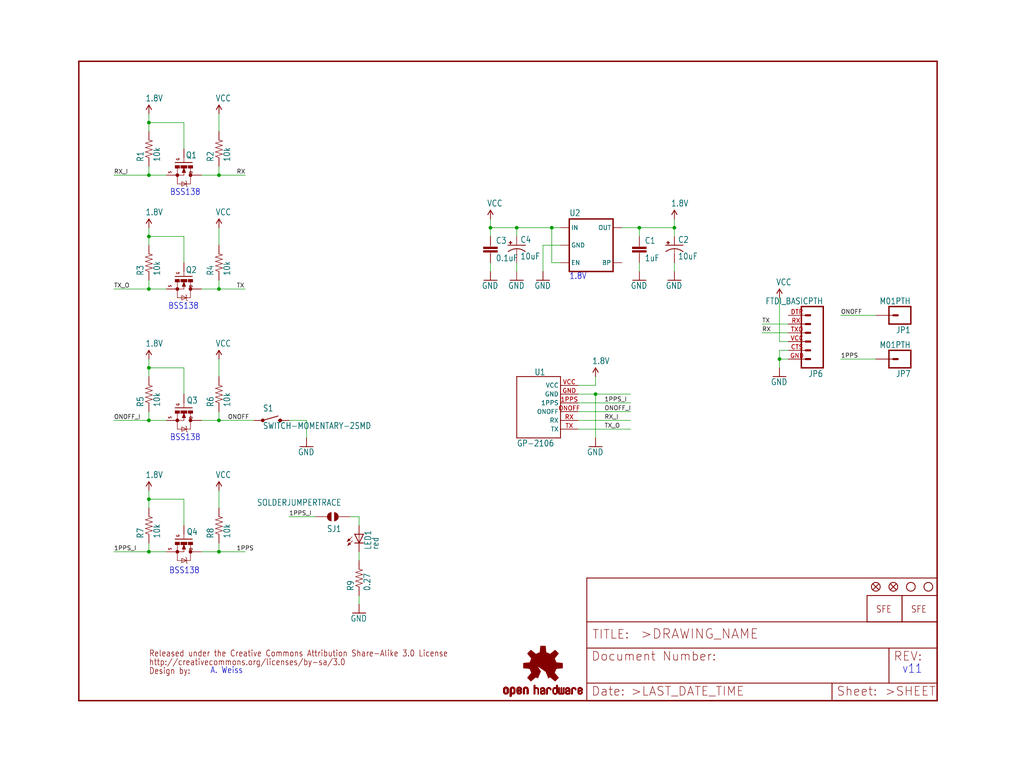
<source format=kicad_sch>
(kicad_sch (version 20211123) (generator eeschema)
  (paper "User" 297.002 223.926)
  (lib_symbols
    (symbol "eagleSchem-eagle-import:1.8V" (power)
      (property "Value" "1.8V" (at -1.016 3.556 0))
      (symbol "1.8V_1_0"
        (pin power_in line (at 0 0 90) (length 2.54) (name "1.8V") (number "1"))
      )
    )
    (symbol "eagleSchem-eagle-import:CAP0402-CAP"
      (property "Reference" "C" (at 1.524 2.921 0))
      (property "Value" "CAP0402-CAP" (at 1.524 -2.159 0))
      (symbol "CAP0402-CAP_1_0"
        (pin passive line (at 0 5.08 270) (length 2.54) (name "1") (number "1"))
        (pin passive line (at 0 -2.54 90) (length 2.54) (name "2") (number "2"))
      )
    )
    (symbol "eagleSchem-eagle-import:CAP_POL1206"
      (property "Reference" "C" (at 1.016 0.635 0))
      (property "Value" "CAP_POL1206" (at 1.016 -4.191 0))
      (symbol "CAP_POL1206_1_0"
        (pin passive line (at 0 2.54 270) (length 2.54) (name "+") (number "A"))
        (pin passive line (at 0 -5.08 90) (length 2.54) (name "-") (number "C"))
      )
    )
    (symbol "eagleSchem-eagle-import:CREATIVE_COMMONS"
      (symbol "CREATIVE_COMMONS_1_0"
        (text "Design by:" (at 0 0 0) (effects (font (size 1.778 1.5113)) (justify left bottom)))
        (text "http://creativecommons.org/licenses/by-sa/3.0" (at 0 2.54 0) (effects (font (size 1.778 1.5113)) (justify left bottom)))
        (text "Released under the Creative Commons Attribution Share-Alike 3.0 License" (at 0 5.08 0) (effects (font (size 1.778 1.5113)) (justify left bottom)))
      )
    )
    (symbol "eagleSchem-eagle-import:FIDUCIALUFIDUCIAL")
    (symbol "eagleSchem-eagle-import:FRAME-LETTER"
      (symbol "FRAME-LETTER_2_0"
        (text ">DRAWING_NAME" (at 15.494 17.78 0) (effects (font (size 2.7432 2.7432)) (justify left bottom)))
        (text ">LAST_DATE_TIME" (at 12.7 1.27 0) (effects (font (size 2.54 2.54)) (justify left bottom)))
        (text ">SHEET" (at 86.36 1.27 0) (effects (font (size 2.54 2.54)) (justify left bottom)))
        (text "Date:" (at 1.27 1.27 0) (effects (font (size 2.54 2.54)) (justify left bottom)))
        (text "Document Number:" (at 1.27 11.43 0) (effects (font (size 2.54 2.54)) (justify left bottom)))
        (text "REV:" (at 88.9 11.43 0) (effects (font (size 2.54 2.54)) (justify left bottom)))
        (text "Sheet:" (at 72.39 1.27 0) (effects (font (size 2.54 2.54)) (justify left bottom)))
        (text "TITLE:" (at 1.524 17.78 0) (effects (font (size 2.54 2.54)) (justify left bottom)))
      )
    )
    (symbol "eagleSchem-eagle-import:FTDI_BASICPTH"
      (property "Reference" "JP" (at -5.08 10.922 0))
      (property "Value" "FTDI_BASICPTH" (at -5.08 -10.16 0))
      (symbol "FTDI_BASICPTH_1_0"
        (pin passive line (at 5.08 5.08 180) (length 5.08) (name "5") (number "CTS"))
        (pin passive line (at 5.08 -5.08 180) (length 5.08) (name "1") (number "DTR"))
        (pin passive line (at 5.08 7.62 180) (length 5.08) (name "6") (number "GND"))
        (pin passive line (at 5.08 -2.54 180) (length 5.08) (name "2") (number "RXI"))
        (pin passive line (at 5.08 0 180) (length 5.08) (name "3") (number "TXO"))
        (pin passive line (at 5.08 2.54 180) (length 5.08) (name "4") (number "VCC"))
      )
    )
    (symbol "eagleSchem-eagle-import:GND" (power)
      (property "Value" "GND" (at -2.54 -2.54 0))
      (symbol "GND_1_0"
        (pin power_in line (at 0 2.54 270) (length 2.54) (name "GND") (number "1"))
      )
    )
    (symbol "eagleSchem-eagle-import:GP-2106"
      (property "Reference" "U" (at 3.302 9.906 0))
      (property "Value" "GP-2106" (at -5.08 -12.7 0))
      (symbol "GP-2106_1_0"
        (pin bidirectional line (at 12.7 0 180) (length 5.08) (name "1PPS") (number "1PPS"))
        (pin bidirectional line (at 12.7 2.54 180) (length 5.08) (name "GND") (number "GND"))
        (pin bidirectional line (at 12.7 -2.54 180) (length 5.08) (name "ONOFF") (number "ONOFF"))
        (pin bidirectional line (at 12.7 -5.08 180) (length 5.08) (name "RX") (number "RX"))
        (pin bidirectional line (at 12.7 -7.62 180) (length 5.08) (name "TX") (number "TX"))
        (pin bidirectional line (at 12.7 5.08 180) (length 5.08) (name "VCC") (number "VCC"))
      )
    )
    (symbol "eagleSchem-eagle-import:LED0603"
      (property "Reference" "LED" (at 3.556 -4.572 90))
      (property "Value" "LED0603" (at 5.715 -4.572 90))
      (symbol "LED0603_1_0"
        (pin passive line (at 0 2.54 270) (length 2.54) (name "A") (number "A"))
        (pin passive line (at 0 -5.08 90) (length 2.54) (name "C") (number "C"))
      )
    )
    (symbol "eagleSchem-eagle-import:LOGO-SFENEW"
      (symbol "LOGO-SFENEW_1_0"
        (text "SFE" (at 0 0 0) (effects (font (size 1.9304 1.6408)) (justify left bottom)))
      )
    )
    (symbol "eagleSchem-eagle-import:LOGO-SFESK"
      (symbol "LOGO-SFESK_1_0"
        (text "SFE" (at 0 0 0) (effects (font (size 1.9304 1.6408)) (justify left bottom)))
      )
    )
    (symbol "eagleSchem-eagle-import:M01PTH"
      (property "Reference" "JP" (at -2.54 3.302 0))
      (property "Value" "M01PTH" (at -2.54 -5.08 0))
      (symbol "M01PTH_1_0"
        (pin passive line (at 7.62 0 180) (length 5.08) (name "1") (number "1"))
      )
    )
    (symbol "eagleSchem-eagle-import:MOSFET-NCHANNELSMD"
      (property "Reference" "Q" (at 5.08 2.54 0))
      (property "Value" "MOSFET-NCHANNELSMD" (at 5.08 0 0))
      (symbol "MOSFET-NCHANNELSMD_1_0"
        (text "D" (at -1.27 2.54 0) (effects (font (size 0.8128 0.6908)) (justify left bottom)))
        (text "G" (at -5.08 -1.27 0) (effects (font (size 0.8128 0.6908)) (justify left bottom)))
        (text "S" (at -1.27 -3.556 0) (effects (font (size 0.8128 0.6908)) (justify left bottom)))
        (pin passive line (at -7.62 0 0) (length 2.54) (name "G") (number "1"))
        (pin passive line (at 0 -5.08 90) (length 2.54) (name "S") (number "2"))
        (pin passive line (at 0 5.08 270) (length 2.54) (name "D") (number "3"))
      )
    )
    (symbol "eagleSchem-eagle-import:OSHW-LOGOS")
    (symbol "eagleSchem-eagle-import:RESISTOR0402-RES"
      (property "Reference" "R" (at -3.81 1.4986 0))
      (property "Value" "RESISTOR0402-RES" (at -3.81 -3.302 0))
      (symbol "RESISTOR0402-RES_1_0"
        (pin passive line (at -5.08 0 0) (length 2.54) (name "1") (number "1"))
        (pin passive line (at 5.08 0 180) (length 2.54) (name "2") (number "2"))
      )
    )
    (symbol "eagleSchem-eagle-import:SOLDERJUMPERTRACE"
      (property "Reference" "SJ" (at -2.54 2.54 0))
      (property "Value" "SOLDERJUMPERTRACE" (at -2.54 -5.08 0))
      (symbol "SOLDERJUMPERTRACE_1_0"
        (pin passive line (at -5.08 0 0) (length 2.54) (name "1") (number "1"))
        (pin passive line (at 5.08 0 180) (length 2.54) (name "2") (number "2"))
      )
    )
    (symbol "eagleSchem-eagle-import:STAND-OFF")
    (symbol "eagleSchem-eagle-import:SWITCH-MOMENTARY-2SMD"
      (property "Reference" "S" (at -2.54 2.54 0))
      (property "Value" "SWITCH-MOMENTARY-2SMD" (at -2.54 -2.54 0))
      (symbol "SWITCH-MOMENTARY-2SMD_1_0"
        (pin passive line (at -5.08 0 0) (length 2.54) (name "1") (number "1"))
        (pin passive line (at 5.08 0 180) (length 2.54) (name "2") (number "3"))
      )
    )
    (symbol "eagleSchem-eagle-import:VCC" (power)
      (property "Value" "VCC" (at -1.016 3.556 0))
      (symbol "VCC_1_0"
        (pin power_in line (at 0 0 90) (length 2.54) (name "VCC") (number "1"))
      )
    )
    (symbol "eagleSchem-eagle-import:V_REG_LDOSMD2"
      (property "Reference" "U" (at -7.62 9.144 0))
      (property "Value" "V_REG_LDOSMD2" (at -7.62 -11.43 0))
      (symbol "V_REG_LDOSMD2_1_0"
        (pin input line (at -10.16 5.08 0) (length 2.54) (name "IN") (number "1"))
        (pin input line (at -10.16 0 0) (length 2.54) (name "GND") (number "2"))
        (pin input line (at -10.16 -5.08 0) (length 2.54) (name "EN") (number "3"))
        (pin input line (at 7.62 -5.08 180) (length 2.54) (name "BP") (number "4"))
        (pin passive line (at 7.62 5.08 180) (length 2.54) (name "OUT") (number "5"))
      )
    )
  )
  (junction (at 185.42 66.04))
  (junction (at 172.72 114.3))
  (junction (at 63.5 83.82))
  (junction (at 43.18 83.82))
  (junction (at 43.18 121.92))
  (junction (at 43.18 106.68))
  (junction (at 160.02 66.04))
  (junction (at 226.06 104.14))
  (junction (at 43.18 144.78))
  (junction (at 142.24 66.04))
  (junction (at 195.58 66.04))
  (junction (at 43.18 68.58))
  (junction (at 43.18 35.56))
  (junction (at 63.5 160.02))
  (junction (at 63.5 50.8))
  (junction (at 149.86 66.04))
  (junction (at 43.18 160.02))
  (junction (at 63.5 121.92))
  (junction (at 43.18 50.8))
  (wire (pts (xy 63.5 33.02) (xy 63.5 38.1)))
  (wire (pts (xy 43.18 106.68) (xy 43.18 109.22)))
  (wire (pts (xy 53.34 106.68) (xy 43.18 106.68)))
  (wire (pts (xy 43.18 144.78) (xy 43.18 147.32)))
  (wire (pts (xy 226.06 99.06) (xy 226.06 86.36)))
  (wire (pts (xy 43.18 142.24) (xy 43.18 144.78)))
  (wire (pts (xy 88.9 121.92) (xy 88.9 127)))
  (wire (pts (xy 53.34 43.18) (xy 53.34 35.56)))
  (wire (pts (xy 43.18 68.58) (xy 43.18 71.12)))
  (wire (pts (xy 104.14 172.72) (xy 104.14 175.26)))
  (wire (pts (xy 149.86 68.58) (xy 149.86 66.04)))
  (wire (pts (xy 162.56 76.2) (xy 160.02 76.2)))
  (wire (pts (xy 91.44 149.86) (xy 83.82 149.86)))
  (wire (pts (xy 43.18 48.26) (xy 43.18 50.8)))
  (wire (pts (xy 63.5 66.04) (xy 63.5 71.12)))
  (wire (pts (xy 162.56 71.12) (xy 157.48 71.12)))
  (wire (pts (xy 149.86 66.04) (xy 142.24 66.04)))
  (wire (pts (xy 63.5 142.24) (xy 63.5 147.32)))
  (wire (pts (xy 63.5 83.82) (xy 71.12 83.82)))
  (wire (pts (xy 58.42 50.8) (xy 63.5 50.8)))
  (wire (pts (xy 226.06 101.6) (xy 226.06 104.14)))
  (wire (pts (xy 195.58 66.04) (xy 195.58 68.58)))
  (wire (pts (xy 228.6 99.06) (xy 226.06 99.06)))
  (wire (pts (xy 142.24 76.2) (xy 142.24 78.74)))
  (wire (pts (xy 172.72 111.76) (xy 172.72 109.22)))
  (wire (pts (xy 48.26 121.92) (xy 43.18 121.92)))
  (wire (pts (xy 160.02 66.04) (xy 162.56 66.04)))
  (wire (pts (xy 83.82 121.92) (xy 88.9 121.92)))
  (wire (pts (xy 228.6 96.52) (xy 220.98 96.52)))
  (wire (pts (xy 172.72 114.3) (xy 172.72 127)))
  (wire (pts (xy 160.02 76.2) (xy 160.02 66.04)))
  (wire (pts (xy 43.18 81.28) (xy 43.18 83.82)))
  (wire (pts (xy 43.18 35.56) (xy 43.18 38.1)))
  (wire (pts (xy 182.88 119.38) (xy 167.64 119.38)))
  (wire (pts (xy 172.72 111.76) (xy 167.64 111.76)))
  (wire (pts (xy 43.18 121.92) (xy 33.02 121.92)))
  (wire (pts (xy 254 91.44) (xy 243.84 91.44)))
  (wire (pts (xy 180.34 66.04) (xy 185.42 66.04)))
  (wire (pts (xy 185.42 78.74) (xy 185.42 76.2)))
  (wire (pts (xy 48.26 83.82) (xy 43.18 83.82)))
  (wire (pts (xy 254 104.14) (xy 243.84 104.14)))
  (wire (pts (xy 53.34 68.58) (xy 43.18 68.58)))
  (wire (pts (xy 104.14 160.02) (xy 104.14 162.56)))
  (wire (pts (xy 63.5 121.92) (xy 73.66 121.92)))
  (wire (pts (xy 160.02 66.04) (xy 149.86 66.04)))
  (wire (pts (xy 53.34 144.78) (xy 43.18 144.78)))
  (wire (pts (xy 63.5 119.38) (xy 63.5 121.92)))
  (wire (pts (xy 142.24 68.58) (xy 142.24 66.04)))
  (wire (pts (xy 43.18 50.8) (xy 33.02 50.8)))
  (wire (pts (xy 104.14 149.86) (xy 104.14 152.4)))
  (wire (pts (xy 228.6 101.6) (xy 226.06 101.6)))
  (wire (pts (xy 182.88 121.92) (xy 167.64 121.92)))
  (wire (pts (xy 58.42 83.82) (xy 63.5 83.82)))
  (wire (pts (xy 43.18 157.48) (xy 43.18 160.02)))
  (wire (pts (xy 228.6 104.14) (xy 226.06 104.14)))
  (wire (pts (xy 63.5 50.8) (xy 71.12 50.8)))
  (wire (pts (xy 48.26 160.02) (xy 43.18 160.02)))
  (wire (pts (xy 101.6 149.86) (xy 104.14 149.86)))
  (wire (pts (xy 226.06 104.14) (xy 226.06 106.68)))
  (wire (pts (xy 53.34 152.4) (xy 53.34 144.78)))
  (wire (pts (xy 63.5 104.14) (xy 63.5 109.22)))
  (wire (pts (xy 43.18 104.14) (xy 43.18 106.68)))
  (wire (pts (xy 58.42 121.92) (xy 63.5 121.92)))
  (wire (pts (xy 182.88 116.84) (xy 167.64 116.84)))
  (wire (pts (xy 185.42 66.04) (xy 195.58 66.04)))
  (wire (pts (xy 63.5 160.02) (xy 71.12 160.02)))
  (wire (pts (xy 157.48 71.12) (xy 157.48 78.74)))
  (wire (pts (xy 53.34 35.56) (xy 43.18 35.56)))
  (wire (pts (xy 185.42 68.58) (xy 185.42 66.04)))
  (wire (pts (xy 43.18 66.04) (xy 43.18 68.58)))
  (wire (pts (xy 53.34 76.2) (xy 53.34 68.58)))
  (wire (pts (xy 182.88 124.46) (xy 167.64 124.46)))
  (wire (pts (xy 43.18 33.02) (xy 43.18 35.56)))
  (wire (pts (xy 149.86 76.2) (xy 149.86 78.74)))
  (wire (pts (xy 142.24 66.04) (xy 142.24 63.5)))
  (wire (pts (xy 43.18 119.38) (xy 43.18 121.92)))
  (wire (pts (xy 43.18 83.82) (xy 33.02 83.82)))
  (wire (pts (xy 195.58 63.5) (xy 195.58 66.04)))
  (wire (pts (xy 43.18 160.02) (xy 33.02 160.02)))
  (wire (pts (xy 172.72 114.3) (xy 167.64 114.3)))
  (wire (pts (xy 48.26 50.8) (xy 43.18 50.8)))
  (wire (pts (xy 228.6 93.98) (xy 220.98 93.98)))
  (wire (pts (xy 63.5 157.48) (xy 63.5 160.02)))
  (wire (pts (xy 182.88 114.3) (xy 172.72 114.3)))
  (wire (pts (xy 53.34 114.3) (xy 53.34 106.68)))
  (wire (pts (xy 58.42 160.02) (xy 63.5 160.02)))
  (wire (pts (xy 195.58 78.74) (xy 195.58 76.2)))
  (wire (pts (xy 63.5 81.28) (xy 63.5 83.82)))
  (wire (pts (xy 63.5 48.26) (xy 63.5 50.8)))
  (text "BSS138" (at 49.022 166.624 180) (effects (font (size 1.778 1.5113)) (justify left bottom)))
  (text "v11" (at 261.62 195.58 180) (effects (font (size 2.54 2.159)) (justify left bottom)))
  (text "A. Weiss" (at 60.96 195.58 180) (effects (font (size 1.778 1.5113)) (justify left bottom)))
  (text "BSS138" (at 48.768 89.916 180) (effects (font (size 1.778 1.5113)) (justify left bottom)))
  (text "BSS138" (at 49.276 128.016 180) (effects (font (size 1.778 1.5113)) (justify left bottom)))
  (text "1.8V" (at 165.1 81.28 180) (effects (font (size 1.778 1.5113)) (justify left bottom)))
  (text "BSS138" (at 49.276 56.896 180) (effects (font (size 1.778 1.5113)) (justify left bottom)))
  (label "1PPS" (at 68.58 160.02 0) (effects (font (size 1.2446 1.2446))))
  (label "RX" (at 220.98 96.52 0) (effects (font (size 1.2446 1.2446))))
  (label "RX" (at 68.58 50.8 0) (effects (font (size 1.2446 1.2446))))
  (label "RX_I" (at 33.02 50.8 0) (effects (font (size 1.2446 1.2446))))
  (label "TX_O" (at 33.02 83.82 0) (effects (font (size 1.2446 1.2446))))
  (label "TX_O" (at 175.26 124.46 0) (effects (font (size 1.2446 1.2446))))
  (label "1PPS_I" (at 33.02 160.02 0) (effects (font (size 1.2446 1.2446))))
  (label "ONOFF" (at 243.84 91.44 0) (effects (font (size 1.2446 1.2446))))
  (label "RX_I" (at 175.26 121.92 0) (effects (font (size 1.2446 1.2446))))
  (label "1PPS_I" (at 175.26 116.84 0) (effects (font (size 1.2446 1.2446))))
  (label "1PPS_I" (at 83.82 149.86 0) (effects (font (size 1.2446 1.2446))))
  (label "TX" (at 68.58 83.82 0) (effects (font (size 1.2446 1.2446))))
  (label "ONOFF_I" (at 175.26 119.38 0) (effects (font (size 1.2446 1.2446))))
  (label "ONOFF_I" (at 33.02 121.92 0) (effects (font (size 1.2446 1.2446))))
  (label "TX" (at 220.98 93.98 0) (effects (font (size 1.2446 1.2446))))
  (label "1PPS" (at 243.84 104.14 0) (effects (font (size 1.2446 1.2446))))
  (label "ONOFF" (at 66.04 121.92 0) (effects (font (size 1.2446 1.2446))))
  (symbol (lib_id "eagleSchem-eagle-import:M01PTH") (at 261.62 104.14 180) (unit 1)
    (property "Reference" "JP7" (at 264.16 107.442 0) (effects (font (size 1.778 1.5113)) (justify left bottom)))
    (property "Value" "M01PTH" (at 264.16 99.06 0) (effects (font (size 1.778 1.5113)) (justify left bottom)))
    (property "Footprint" "eagleSchem:1X01" (effects hide))
  )
  (symbol (lib_id "eagleSchem-eagle-import:1.8V") (at 172.72 109.22 0) (unit 1)
    (property "Reference" "#U$2" (effects hide))
    (property "Value" "1.8V" (at 171.704 105.664 0) (effects (font (size 1.778 1.5113)) (justify left bottom)))
    (property "Footprint" "eagleSchem:" (effects hide))
  )
  (symbol (lib_id "eagleSchem-eagle-import:MOSFET-NCHANNELSMD") (at 53.34 83.82 270) (unit 1)
    (property "Reference" "Q2" (at 53.848 79.248 90) (effects (font (size 1.778 1.5113)) (justify left bottom)))
    (property "Value" "MOSFET-NCHANNELSMD" (effects hide))
    (property "Footprint" "eagleSchem:SOT23-3" (effects hide))
  )
  (symbol (lib_id "eagleSchem-eagle-import:GND") (at 149.86 81.28 0) (unit 1)
    (property "Reference" "#GND5" (effects hide))
    (property "Value" "GND" (at 147.32 83.82 0) (effects (font (size 1.778 1.5113)) (justify left bottom)))
    (property "Footprint" "eagleSchem:" (effects hide))
  )
  (symbol (lib_id "eagleSchem-eagle-import:GND") (at 195.58 81.28 0) (unit 1)
    (property "Reference" "#GND2" (effects hide))
    (property "Value" "GND" (at 193.04 83.82 0) (effects (font (size 1.778 1.5113)) (justify left bottom)))
    (property "Footprint" "eagleSchem:" (effects hide))
  )
  (symbol (lib_id "eagleSchem-eagle-import:SWITCH-MOMENTARY-2SMD") (at 78.74 121.92 0) (unit 1)
    (property "Reference" "S1" (at 76.2 119.38 0) (effects (font (size 1.778 1.5113)) (justify left bottom)))
    (property "Value" "SWITCH-MOMENTARY-2SMD" (at 76.2 124.46 0) (effects (font (size 1.778 1.5113)) (justify left bottom)))
    (property "Footprint" "eagleSchem:TACTILE_SWITCH_SMD" (effects hide))
  )
  (symbol (lib_id "eagleSchem-eagle-import:FIDUCIALUFIDUCIAL") (at 259.08 170.18 0) (unit 1)
    (property "Reference" "JP8" (effects hide))
    (property "Value" "FIDUCIALUFIDUCIAL" (effects hide))
    (property "Footprint" "eagleSchem:MICRO-FIDUCIAL" (effects hide))
  )
  (symbol (lib_id "eagleSchem-eagle-import:1.8V") (at 43.18 66.04 0) (unit 1)
    (property "Reference" "#U$4" (effects hide))
    (property "Value" "1.8V" (at 42.164 62.484 0) (effects (font (size 1.778 1.5113)) (justify left bottom)))
    (property "Footprint" "eagleSchem:" (effects hide))
  )
  (symbol (lib_id "eagleSchem-eagle-import:RESISTOR0402-RES") (at 43.18 43.18 90) (unit 1)
    (property "Reference" "R1" (at 41.6814 46.99 0) (effects (font (size 1.778 1.5113)) (justify left bottom)))
    (property "Value" "10k" (at 46.482 46.99 0) (effects (font (size 1.778 1.5113)) (justify left bottom)))
    (property "Footprint" "eagleSchem:0402-RES" (effects hide))
  )
  (symbol (lib_id "eagleSchem-eagle-import:MOSFET-NCHANNELSMD") (at 53.34 50.8 270) (unit 1)
    (property "Reference" "Q1" (at 53.848 45.974 90) (effects (font (size 1.778 1.5113)) (justify left bottom)))
    (property "Value" "MOSFET-NCHANNELSMD" (effects hide))
    (property "Footprint" "eagleSchem:SOT23-3" (effects hide))
  )
  (symbol (lib_id "eagleSchem-eagle-import:1.8V") (at 195.58 63.5 0) (unit 1)
    (property "Reference" "#U$1" (effects hide))
    (property "Value" "1.8V" (at 194.564 59.944 0) (effects (font (size 1.778 1.5113)) (justify left bottom)))
    (property "Footprint" "eagleSchem:" (effects hide))
  )
  (symbol (lib_id "eagleSchem-eagle-import:MOSFET-NCHANNELSMD") (at 53.34 160.02 270) (unit 1)
    (property "Reference" "Q4" (at 54.102 155.194 90) (effects (font (size 1.778 1.5113)) (justify left bottom)))
    (property "Value" "MOSFET-NCHANNELSMD" (effects hide))
    (property "Footprint" "eagleSchem:SOT23-3" (effects hide))
  )
  (symbol (lib_id "eagleSchem-eagle-import:FIDUCIALUFIDUCIAL") (at 254 170.18 0) (unit 1)
    (property "Reference" "JP9" (effects hide))
    (property "Value" "FIDUCIALUFIDUCIAL" (effects hide))
    (property "Footprint" "eagleSchem:MICRO-FIDUCIAL" (effects hide))
  )
  (symbol (lib_id "eagleSchem-eagle-import:VCC") (at 226.06 86.36 0) (unit 1)
    (property "Reference" "#P+7" (effects hide))
    (property "Value" "VCC" (at 225.044 82.804 0) (effects (font (size 1.778 1.5113)) (justify left bottom)))
    (property "Footprint" "eagleSchem:" (effects hide))
  )
  (symbol (lib_id "eagleSchem-eagle-import:GND") (at 226.06 109.22 0) (unit 1)
    (property "Reference" "#GND10" (effects hide))
    (property "Value" "GND" (at 223.52 111.76 0) (effects (font (size 1.778 1.5113)) (justify left bottom)))
    (property "Footprint" "eagleSchem:" (effects hide))
  )
  (symbol (lib_id "eagleSchem-eagle-import:1.8V") (at 43.18 142.24 0) (unit 1)
    (property "Reference" "#U$6" (effects hide))
    (property "Value" "1.8V" (at 42.164 138.684 0) (effects (font (size 1.778 1.5113)) (justify left bottom)))
    (property "Footprint" "eagleSchem:" (effects hide))
  )
  (symbol (lib_id "eagleSchem-eagle-import:CAP0402-CAP") (at 185.42 73.66 0) (unit 1)
    (property "Reference" "C1" (at 186.944 70.739 0) (effects (font (size 1.778 1.5113)) (justify left bottom)))
    (property "Value" "1uF" (at 186.944 75.819 0) (effects (font (size 1.778 1.5113)) (justify left bottom)))
    (property "Footprint" "eagleSchem:0402-CAP" (effects hide))
  )
  (symbol (lib_id "eagleSchem-eagle-import:CAP_POL1206") (at 195.58 71.12 0) (unit 1)
    (property "Reference" "C2" (at 196.596 70.485 0) (effects (font (size 1.778 1.5113)) (justify left bottom)))
    (property "Value" "10uF" (at 196.596 75.311 0) (effects (font (size 1.778 1.5113)) (justify left bottom)))
    (property "Footprint" "eagleSchem:EIA3216" (effects hide))
  )
  (symbol (lib_id "eagleSchem-eagle-import:CAP_POL1206") (at 149.86 71.12 0) (unit 1)
    (property "Reference" "C4" (at 150.876 70.485 0) (effects (font (size 1.778 1.5113)) (justify left bottom)))
    (property "Value" "10uF" (at 150.876 75.311 0) (effects (font (size 1.778 1.5113)) (justify left bottom)))
    (property "Footprint" "eagleSchem:EIA3216" (effects hide))
  )
  (symbol (lib_id "eagleSchem-eagle-import:VCC") (at 63.5 142.24 0) (unit 1)
    (property "Reference" "#P+6" (effects hide))
    (property "Value" "VCC" (at 62.484 138.684 0) (effects (font (size 1.778 1.5113)) (justify left bottom)))
    (property "Footprint" "eagleSchem:" (effects hide))
  )
  (symbol (lib_id "eagleSchem-eagle-import:GP-2106") (at 154.94 116.84 0) (unit 1)
    (property "Reference" "U1" (at 158.242 106.934 0) (effects (font (size 1.778 1.5113)) (justify right top)))
    (property "Value" "GP-2106" (at 149.86 129.54 0) (effects (font (size 1.778 1.5113)) (justify left bottom)))
    (property "Footprint" "eagleSchem:GP-2106" (effects hide))
  )
  (symbol (lib_id "eagleSchem-eagle-import:STAND-OFF") (at 269.24 170.18 0) (unit 1)
    (property "Reference" "JP2" (effects hide))
    (property "Value" "STAND-OFF" (effects hide))
    (property "Footprint" "eagleSchem:STAND-OFF" (effects hide))
  )
  (symbol (lib_id "eagleSchem-eagle-import:VCC") (at 63.5 104.14 0) (unit 1)
    (property "Reference" "#P+4" (effects hide))
    (property "Value" "VCC" (at 62.484 100.584 0) (effects (font (size 1.778 1.5113)) (justify left bottom)))
    (property "Footprint" "eagleSchem:" (effects hide))
  )
  (symbol (lib_id "eagleSchem-eagle-import:FRAME-LETTER") (at 170.18 203.2 0) (unit 2)
    (property "Reference" "#FRAME1" (effects hide))
    (property "Value" "FRAME-LETTER" (effects hide))
    (property "Footprint" "eagleSchem:" (effects hide))
  )
  (symbol (lib_id "eagleSchem-eagle-import:OSHW-LOGOS") (at 157.48 193.04 0) (unit 1)
    (property "Reference" "U$7" (effects hide))
    (property "Value" "OSHW-LOGOS" (effects hide))
    (property "Footprint" "eagleSchem:OSHW-LOGO-S" (effects hide))
  )
  (symbol (lib_id "eagleSchem-eagle-import:GND") (at 142.24 81.28 0) (unit 1)
    (property "Reference" "#GND6" (effects hide))
    (property "Value" "GND" (at 139.7 83.82 0) (effects (font (size 1.778 1.5113)) (justify left bottom)))
    (property "Footprint" "eagleSchem:" (effects hide))
  )
  (symbol (lib_id "eagleSchem-eagle-import:RESISTOR0402-RES") (at 63.5 76.2 90) (unit 1)
    (property "Reference" "R4" (at 62.0014 80.01 0) (effects (font (size 1.778 1.5113)) (justify left bottom)))
    (property "Value" "10k" (at 66.802 80.01 0) (effects (font (size 1.778 1.5113)) (justify left bottom)))
    (property "Footprint" "eagleSchem:0402-RES" (effects hide))
  )
  (symbol (lib_id "eagleSchem-eagle-import:1.8V") (at 43.18 33.02 0) (unit 1)
    (property "Reference" "#U$3" (effects hide))
    (property "Value" "1.8V" (at 42.164 29.464 0) (effects (font (size 1.778 1.5113)) (justify left bottom)))
    (property "Footprint" "eagleSchem:" (effects hide))
  )
  (symbol (lib_id "eagleSchem-eagle-import:LED0603") (at 104.14 154.94 0) (unit 1)
    (property "Reference" "LED1" (at 107.696 159.512 90) (effects (font (size 1.778 1.5113)) (justify left bottom)))
    (property "Value" "red" (at 109.855 159.512 90) (effects (font (size 1.778 1.5113)) (justify left bottom)))
    (property "Footprint" "eagleSchem:LED-0603" (effects hide))
  )
  (symbol (lib_id "eagleSchem-eagle-import:GND") (at 88.9 129.54 0) (unit 1)
    (property "Reference" "#GND8" (effects hide))
    (property "Value" "GND" (at 86.36 132.08 0) (effects (font (size 1.778 1.5113)) (justify left bottom)))
    (property "Footprint" "eagleSchem:" (effects hide))
  )
  (symbol (lib_id "eagleSchem-eagle-import:STAND-OFF") (at 264.16 170.18 0) (unit 1)
    (property "Reference" "JP3" (effects hide))
    (property "Value" "STAND-OFF" (effects hide))
    (property "Footprint" "eagleSchem:STAND-OFF" (effects hide))
  )
  (symbol (lib_id "eagleSchem-eagle-import:VCC") (at 142.24 63.5 0) (unit 1)
    (property "Reference" "#P+1" (effects hide))
    (property "Value" "VCC" (at 141.224 59.944 0) (effects (font (size 1.778 1.5113)) (justify left bottom)))
    (property "Footprint" "eagleSchem:" (effects hide))
  )
  (symbol (lib_id "eagleSchem-eagle-import:GND") (at 104.14 177.8 0) (unit 1)
    (property "Reference" "#GND9" (effects hide))
    (property "Value" "GND" (at 101.6 180.34 0) (effects (font (size 1.778 1.5113)) (justify left bottom)))
    (property "Footprint" "eagleSchem:" (effects hide))
  )
  (symbol (lib_id "eagleSchem-eagle-import:RESISTOR0402-RES") (at 43.18 114.3 90) (unit 1)
    (property "Reference" "R5" (at 41.6814 118.11 0) (effects (font (size 1.778 1.5113)) (justify left bottom)))
    (property "Value" "10k" (at 46.482 118.11 0) (effects (font (size 1.778 1.5113)) (justify left bottom)))
    (property "Footprint" "eagleSchem:0402-RES" (effects hide))
  )
  (symbol (lib_id "eagleSchem-eagle-import:V_REG_LDOSMD2") (at 172.72 71.12 0) (unit 1)
    (property "Reference" "U2" (at 165.1 62.738 0) (effects (font (size 1.778 1.5113)) (justify left bottom)))
    (property "Value" "V_REG_LDOSMD2" (effects hide))
    (property "Footprint" "eagleSchem:SC70" (effects hide))
  )
  (symbol (lib_id "eagleSchem-eagle-import:RESISTOR0402-RES") (at 63.5 152.4 90) (unit 1)
    (property "Reference" "R8" (at 62.0014 156.21 0) (effects (font (size 1.778 1.5113)) (justify left bottom)))
    (property "Value" "10k" (at 66.802 156.21 0) (effects (font (size 1.778 1.5113)) (justify left bottom)))
    (property "Footprint" "eagleSchem:0402-RES" (effects hide))
  )
  (symbol (lib_id "eagleSchem-eagle-import:M01PTH") (at 261.62 91.44 180) (unit 1)
    (property "Reference" "JP1" (at 264.16 94.742 0) (effects (font (size 1.778 1.5113)) (justify left bottom)))
    (property "Value" "M01PTH" (at 264.16 86.36 0) (effects (font (size 1.778 1.5113)) (justify left bottom)))
    (property "Footprint" "eagleSchem:1X01" (effects hide))
  )
  (symbol (lib_id "eagleSchem-eagle-import:RESISTOR0402-RES") (at 104.14 167.64 90) (unit 1)
    (property "Reference" "R9" (at 102.6414 171.45 0) (effects (font (size 1.778 1.5113)) (justify left bottom)))
    (property "Value" "0.27" (at 107.442 171.45 0) (effects (font (size 1.778 1.5113)) (justify left bottom)))
    (property "Footprint" "eagleSchem:0402-RES" (effects hide))
  )
  (symbol (lib_id "eagleSchem-eagle-import:CAP0402-CAP") (at 142.24 73.66 0) (unit 1)
    (property "Reference" "C3" (at 143.764 70.739 0) (effects (font (size 1.778 1.5113)) (justify left bottom)))
    (property "Value" "0.1uF" (at 143.764 75.819 0) (effects (font (size 1.778 1.5113)) (justify left bottom)))
    (property "Footprint" "eagleSchem:0402-CAP" (effects hide))
  )
  (symbol (lib_id "eagleSchem-eagle-import:LOGO-SFESK") (at 264.16 177.8 0) (unit 1)
    (property "Reference" "JP4" (effects hide))
    (property "Value" "LOGO-SFESK" (effects hide))
    (property "Footprint" "eagleSchem:SFE-LOGO-FLAME" (effects hide))
  )
  (symbol (lib_id "eagleSchem-eagle-import:GND") (at 157.48 81.28 0) (unit 1)
    (property "Reference" "#GND4" (effects hide))
    (property "Value" "GND" (at 154.94 83.82 0) (effects (font (size 1.778 1.5113)) (justify left bottom)))
    (property "Footprint" "eagleSchem:" (effects hide))
  )
  (symbol (lib_id "eagleSchem-eagle-import:RESISTOR0402-RES") (at 63.5 43.18 90) (unit 1)
    (property "Reference" "R2" (at 62.0014 46.99 0) (effects (font (size 1.778 1.5113)) (justify left bottom)))
    (property "Value" "10k" (at 66.802 46.99 0) (effects (font (size 1.778 1.5113)) (justify left bottom)))
    (property "Footprint" "eagleSchem:0402-RES" (effects hide))
  )
  (symbol (lib_id "eagleSchem-eagle-import:FRAME-LETTER") (at 22.86 203.2 0) (unit 1)
    (property "Reference" "#FRAME1" (effects hide))
    (property "Value" "FRAME-LETTER" (effects hide))
    (property "Footprint" "eagleSchem:" (effects hide))
  )
  (symbol (lib_id "eagleSchem-eagle-import:SOLDERJUMPERTRACE") (at 96.52 149.86 180) (unit 1)
    (property "Reference" "SJ1" (at 99.06 152.4 0) (effects (font (size 1.778 1.5113)) (justify left bottom)))
    (property "Value" "SOLDERJUMPERTRACE" (at 99.06 144.78 0) (effects (font (size 1.778 1.5113)) (justify left bottom)))
    (property "Footprint" "eagleSchem:SJ_2S-TRACE" (effects hide))
  )
  (symbol (lib_id "eagleSchem-eagle-import:RESISTOR0402-RES") (at 43.18 152.4 90) (unit 1)
    (property "Reference" "R7" (at 41.6814 156.21 0) (effects (font (size 1.778 1.5113)) (justify left bottom)))
    (property "Value" "10k" (at 46.482 156.21 0) (effects (font (size 1.778 1.5113)) (justify left bottom)))
    (property "Footprint" "eagleSchem:0402-RES" (effects hide))
  )
  (symbol (lib_id "eagleSchem-eagle-import:RESISTOR0402-RES") (at 43.18 76.2 90) (unit 1)
    (property "Reference" "R3" (at 41.6814 80.01 0) (effects (font (size 1.778 1.5113)) (justify left bottom)))
    (property "Value" "10k" (at 46.482 80.01 0) (effects (font (size 1.778 1.5113)) (justify left bottom)))
    (property "Footprint" "eagleSchem:0402-RES" (effects hide))
  )
  (symbol (lib_id "eagleSchem-eagle-import:GND") (at 185.42 81.28 0) (unit 1)
    (property "Reference" "#GND1" (effects hide))
    (property "Value" "GND" (at 182.88 83.82 0) (effects (font (size 1.778 1.5113)) (justify left bottom)))
    (property "Footprint" "eagleSchem:" (effects hide))
  )
  (symbol (lib_id "eagleSchem-eagle-import:LOGO-SFENEW") (at 254 177.8 0) (unit 1)
    (property "Reference" "JP5" (effects hide))
    (property "Value" "LOGO-SFENEW" (effects hide))
    (property "Footprint" "eagleSchem:SFE-NEW-WEBLOGO" (effects hide))
  )
  (symbol (lib_id "eagleSchem-eagle-import:GND") (at 172.72 129.54 0) (unit 1)
    (property "Reference" "#GND3" (effects hide))
    (property "Value" "GND" (at 170.18 132.08 0) (effects (font (size 1.778 1.5113)) (justify left bottom)))
    (property "Footprint" "eagleSchem:" (effects hide))
  )
  (symbol (lib_id "eagleSchem-eagle-import:FTDI_BASICPTH") (at 233.68 96.52 180) (unit 1)
    (property "Reference" "JP6" (at 238.76 107.442 0) (effects (font (size 1.778 1.5113)) (justify left bottom)))
    (property "Value" "FTDI_BASICPTH" (at 238.76 86.36 0) (effects (font (size 1.778 1.5113)) (justify left bottom)))
    (property "Footprint" "eagleSchem:FTDI_BASIC" (effects hide))
  )
  (symbol (lib_id "eagleSchem-eagle-import:MOSFET-NCHANNELSMD") (at 53.34 121.92 270) (unit 1)
    (property "Reference" "Q3" (at 54.102 117.094 90) (effects (font (size 1.778 1.5113)) (justify left bottom)))
    (property "Value" "MOSFET-NCHANNELSMD" (effects hide))
    (property "Footprint" "eagleSchem:SOT23-3" (effects hide))
  )
  (symbol (lib_id "eagleSchem-eagle-import:CREATIVE_COMMONS") (at 43.18 195.58 0) (unit 1)
    (property "Reference" "U$8" (effects hide))
    (property "Value" "CREATIVE_COMMONS" (effects hide))
    (property "Footprint" "eagleSchem:CREATIVE_COMMONS" (effects hide))
  )
  (symbol (lib_id "eagleSchem-eagle-import:1.8V") (at 43.18 104.14 0) (unit 1)
    (property "Reference" "#U$5" (effects hide))
    (property "Value" "1.8V" (at 42.164 100.584 0) (effects (font (size 1.778 1.5113)) (justify left bottom)))
    (property "Footprint" "eagleSchem:" (effects hide))
  )
  (symbol (lib_id "eagleSchem-eagle-import:RESISTOR0402-RES") (at 63.5 114.3 90) (unit 1)
    (property "Reference" "R6" (at 62.0014 118.11 0) (effects (font (size 1.778 1.5113)) (justify left bottom)))
    (property "Value" "10k" (at 66.802 118.11 0) (effects (font (size 1.778 1.5113)) (justify left bottom)))
    (property "Footprint" "eagleSchem:0402-RES" (effects hide))
  )
  (symbol (lib_id "eagleSchem-eagle-import:VCC") (at 63.5 66.04 0) (unit 1)
    (property "Reference" "#P+3" (effects hide))
    (property "Value" "VCC" (at 62.484 62.484 0) (effects (font (size 1.778 1.5113)) (justify left bottom)))
    (property "Footprint" "eagleSchem:" (effects hide))
  )
  (symbol (lib_id "eagleSchem-eagle-import:VCC") (at 63.5 33.02 0) (unit 1)
    (property "Reference" "#P+2" (effects hide))
    (property "Value" "VCC" (at 62.484 29.464 0) (effects (font (size 1.778 1.5113)) (justify left bottom)))
    (property "Footprint" "eagleSchem:" (effects hide))
  )
)
</source>
